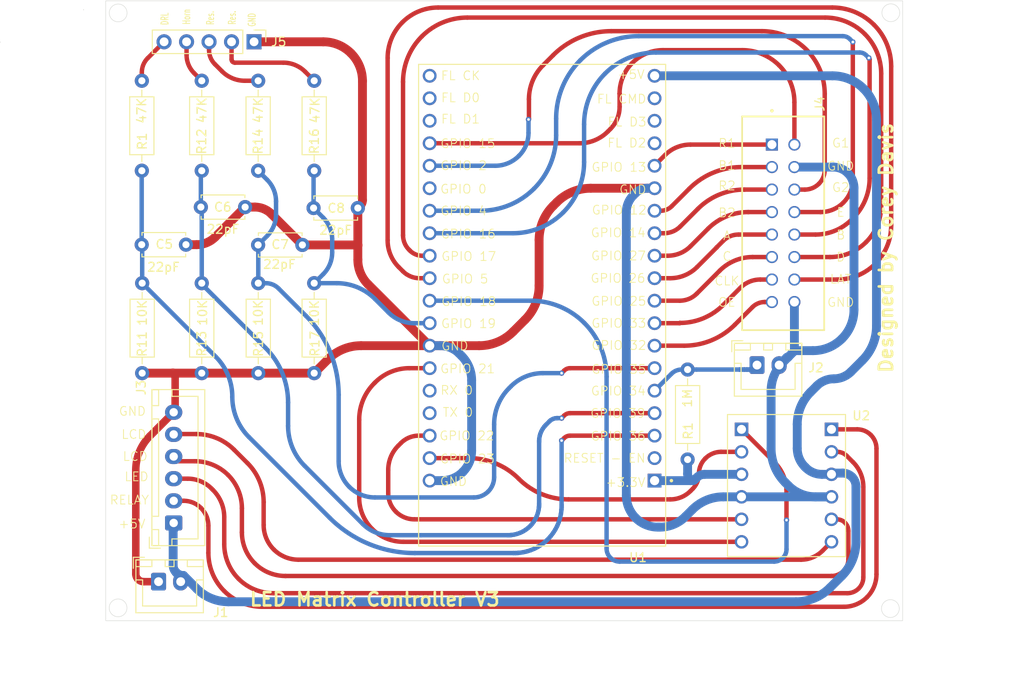
<source format=kicad_pcb>
(kicad_pcb (version 20221018) (generator pcbnew)
  (layers (0 "F.Cu" signal) (31 "B.Cu" signal) (34 "B.Paste" user) (35 "F.Paste" user) (36 "B.SilkS" user "B.Silkscreen") (37 "F.SilkS" user "F.Silkscreen") (38 "B.Mask" user) (39 "F.Mask" user) (44 "Edge.Cuts" user))
  (net 0 "")
  (net 1 "Net-(U1-SENSOR_VP)")
  (net 2 "GND")
  (net 3 "Net-(U1-SENSOR_VN)")
  (net 4 "Net-(U1-IO35)")
  (net 5 "Net-(U1-IO19)")
  (net 6 "+5V")
  (net 7 "Net-(J2-Pin_1)")
  (net 8 "Net-(J3-Pin_2)")
  (net 9 "Net-(J3-Pin_3)")
  (net 10 "Net-(J3-Pin_4)")
  (net 11 "Net-(J3-Pin_5)")
  (net 12 "Net-(J4-OE)")
  (net 13 "Net-(J4-G1)")
  (net 14 "Net-(J4-CLK)")
  (net 15 "Net-(J4-G2)")
  (net 16 "Net-(J4-E)")
  (net 17 "Net-(J4-A)")
  (net 18 "Net-(J4-B)")
  (net 19 "Net-(J4-C)")
  (net 20 "Net-(J4-D)")
  (net 21 "Net-(J4-LAT)")
  (net 22 "+3.3V")
  (net 23 "Net-(J5-Pin_2)")
  (net 24 "Net-(J5-Pin_3)")
  (net 29 "Net-(U1-IO23)")
  (net 30 "Net-(U1-IO22)")
  (net 33 "Net-(U1-IO21)")
  (net 34 "Net-(U1-IO18)")
  (net 39 "Net-(J4-R1)")
  (net 40 "Net-(J4-B1)")
  (net 41 "Net-(J4-R2)")
  (net 42 "Net-(J4-B2)")
  (net 43 "Net-(J5-Pin_4)")
  (net 44 "Net-(J5-Pin_5)")
  (footprint "Resistor_THT:R_Axial_DIN0207_L6.3mm_D2.5mm_P10.16mm_Horizontal" (layer "F.Cu") (at 66.04 43.18 90)
    (fp_text reference "R16")
    (fp_text value "47K")
  )
  (footprint "Library:SAMTEC_ZSS-108-01-F-D-506" (layer "F.Cu") (at 117.732381 40.23 -90)
    (fp_text reference "J4")
    (fp_text value "ZSS-108-01-F-D-506" hide)
  )
  (footprint "Connector_JST:JST_XH_B2B-XH-A_1x02_P2.50mm_Vertical" (layer "F.Cu") (at 116.05 65.13)
    (fp_text reference "J2")
    (fp_text value "Select Button")
  )
  (footprint "Connector_JST:JST_XH_B2B-XH-A_1x02_P2.50mm_Vertical" (layer "F.Cu") (at 48.46 89.59)
    (fp_text reference "J1")
    (fp_text value "5V Power In")
  )
  (footprint "Connector_JST:JST_XH_B6B-XH-A_1x06_P2.50mm_Vertical" (layer "F.Cu") (at 50.17 82.96 90)
    (fp_text reference "J3")
    (fp_text value "LCD, Relay, LED Signal")
  )
  (footprint "Resistor_THT:R_Axial_DIN0207_L6.3mm_D2.5mm_P10.16mm_Horizontal" (layer "F.Cu") (at 46.61204 55.88 -90)
    (fp_text reference "R11")
    (fp_text value "10K")
  )
  (footprint "Connector_PinHeader_2.54mm:PinHeader_1x05_P2.54mm_Vertical" (layer "F.Cu") (at 59.245 28.62 -90)
    (fp_text reference "J5")
    (fp_text value "Conn_01x05_Pin" hide)
  )
  (footprint "ESP32-DEVKITC-32D:MODULE_ESP32-DEVKITC-32D" (layer "F.Cu") (at 91.78 58.42 180)
    (fp_text reference "U1")
    (fp_text value "ESP32-DEVKITC-32D")
  )
  (footprint "Capacitor_THT:C_Disc_D4.7mm_W2.5mm_P5.00mm" (layer "F.Cu") (at 59.70491 51.563806)
    (fp_text reference "C7")
    (fp_text value "22pF")
  )
  (footprint "BOB-12009:CONV_BOB-12009" (layer "F.Cu") (at 119.38 78.74)
    (fp_text reference "U2")
    (fp_text value "BOB-12009")
  )
  (footprint "Resistor_THT:R_Axial_DIN0207_L6.3mm_D2.5mm_P10.16mm_Horizontal" (layer "F.Cu") (at 53.34 55.88 -90)
    (fp_text reference "R13")
    (fp_text value "10K")
  )
  (footprint "Capacitor_THT:C_Disc_D4.7mm_W2.5mm_P5.00mm" (layer "F.Cu") (at 65.967777 47.394104)
    (fp_text reference "C8")
    (fp_text value "22pF")
  )
  (footprint "Capacitor_THT:C_Disc_D4.7mm_W2.5mm_P5.00mm" (layer "F.Cu") (at 46.556292 51.530978)
    (fp_text reference "C5")
    (fp_text value "22pF")
  )
  (footprint "Resistor_THT:R_Axial_DIN0207_L6.3mm_D2.5mm_P10.16mm_Horizontal" (layer "F.Cu") (at 66.04 55.88 -90)
    (fp_text reference "R17")
    (fp_text value "10K")
  )
  (footprint "Resistor_THT:R_Axial_DIN0207_L6.3mm_D2.5mm_P10.16mm_Horizontal" (layer "F.Cu") (at 59.723927 55.88 -90)
    (fp_text reference "R15")
    (fp_text value "10K")
  )
  (footprint "Capacitor_THT:C_Disc_D4.7mm_W2.5mm_P5.00mm" (layer "F.Cu") (at 53.238934 47.288031)
    (fp_text reference "C6")
    (fp_text value "22pF")
  )
  (footprint "Resistor_THT:R_Axial_DIN0207_L6.3mm_D2.5mm_P10.16mm_Horizontal" (layer "F.Cu") (at 108.210171 75.794994 90)
    (fp_text reference "R1")
    (fp_text value "1M")
  )
  (footprint "Resistor_THT:R_Axial_DIN0207_L6.3mm_D2.5mm_P10.16mm_Horizontal" (layer "F.Cu") (at 59.710576 43.18 90)
    (fp_text reference "R14")
    (fp_text value "47K")
  )
  (footprint "Resistor_THT:R_Axial_DIN0207_L6.3mm_D2.5mm_P10.16mm_Horizontal" (layer "F.Cu") (at 53.34 43.18 90)
    (fp_text reference "R12")
    (fp_text value "47K")
  )
  (footprint "Resistor_THT:R_Axial_DIN0207_L6.3mm_D2.5mm_P10.16mm_Horizontal" (layer "F.Cu") (at 46.574135 43.18 90)
    (fp_text reference "R1")
    (fp_text value "47K")
  )
  (gr_circle (center 30.58 28.66) (end 30.58 28.66) (stroke (width 0.05)) (fill none) (layer "Edge.Cuts"))
  (gr_circle (center 131.16 25.34) (end 131.89 26.03) (stroke (width 0.05)) (fill none) (layer "Edge.Cuts"))
  (gr_circle (center 131.11 92.63) (end 131.84 93.32) (stroke (width 0.05)) (fill none) (layer "Edge.Cuts"))
  (gr_rect (start 42.5 24) (end 132.5 94) (stroke (width 0.05)) (fill none) (layer "Edge.Cuts"))
  (gr_circle (center 40 25) (end 40 25) (stroke (width 0.05)) (fill none) (layer "Edge.Cuts"))
  (gr_circle (center 43.89 92.55) (end 44.62 93.24) (stroke (width 0.05)) (fill none) (layer "Edge.Cuts"))
  (gr_circle (center 43.9 25.36) (end 44.63 26.05) (stroke (width 0.05)) (fill none) (layer "Edge.Cuts"))
  (gr_text "+5V" (at 43.87 83.65) (layer "F.SilkS") (effects (font (size 1 1) (thickness 0.1)) (justify left bottom)))
  (gr_text "GPIO 25" (at 97.2875 58.5) (layer "F.SilkS") (effects (font (size 1 1) (thickness 0.1)) (justify left bottom)))
  (gr_text "RX 0" (at 80.2375 68.56) (layer "F.SilkS") (effects (font (size 1 1) (thickness 0.1)) (justify left bottom)))
  (gr_text "FL CK" (at 80.2875 33.03) (layer "F.SilkS") (effects (font (size 1 1) (thickness 0.1)) (justify left bottom)))
  (gr_text "GPIO 34" (at 97.2275 68.64) (layer "F.SilkS") (effects (font (size 1 1) (thickness 0.1)) (justify left bottom)))
  (gr_text "GND" (at 80.1775 78.86) (layer "F.SilkS") (effects (font (size 1 1) (thickness 0.1)) (justify left bottom)))
  (gr_text "GND" (at 59.485 26.97 90) (layer "F.SilkS") (effects (font (size 0.8 0.5) (thickness 0.1)) (justify left bottom)))
  (gr_text "GPIO 26" (at 97.1875 55.91) (layer "F.SilkS") (effects (font (size 1 1) (thickness 0.1)) (justify left bottom)))
  (gr_text "GND" (at 123.912381 58.63) (layer "F.SilkS") (effects (font (size 1 1) (thickness 0.1)) (justify left bottom)))
  (gr_text "GPIO 22" (at 80.1175 73.7) (layer "F.SilkS") (effects (font (size 1 1) (thickness 0.1)) (justify left bottom)))
  (gr_text "C" (at 112.088572 53.44) (layer "F.SilkS") (effects (font (size 1 1) (thickness 0.1)) (justify left bottom)))
  (gr_text "GPIO 18" (at 80.3375 58.54) (layer "F.SilkS") (effects (font (size 1 1) (thickness 0.1)) (justify left bottom)))
  (gr_text "GPIO 39" (at 97.1675 71.16) (layer "F.SilkS") (effects (font (size 1 1) (thickness 0.1)) (justify left bottom)))
  (gr_text "GPIO 32" (at 97.2975 63.49) (layer "F.SilkS") (effects (font (size 1 1) (thickness 0.1)) (justify left bottom)))
  (gr_text "Res." (at 57.245 26.75 90) (layer "F.SilkS") (effects (font (size 0.8 0.5) (thickness 0.1)) (justify left bottom)))
  (gr_text "GPIO 19" (at 80.3075 61.03) (layer "F.SilkS") (effects (font (size 1 1) (thickness 0.1)) (justify left bottom)))
  (gr_text "GPIO 36" (at 97.2075 73.74) (layer "F.SilkS") (effects (font (size 1 1) (thickness 0.1)) (justify left bottom)))
  (gr_text "B1" (at 111.612381 43.18) (layer "F.SilkS") (effects (font (size 1 1) (thickness 0.1)) (justify left bottom)))
  (gr_text "GPIO 5" (at 80.3975 55.99) (layer "F.SilkS") (effects (font (size 1 1) (thickness 0.1)) (justify left bottom)))
  (gr_text "GND" (at 80.3375 63.55) (layer "F.SilkS") (effects (font (size 1 1) (thickness 0.1)) (justify left bottom)))
  (gr_text "A" (at 112.16 51.1) (layer "F.SilkS") (effects (font (size 1 1) (thickness 0.1)) (justify left bottom)))
  (gr_text "GPIO 0" (at 80.2075 45.84) (layer "F.SilkS") (effects (font (size 1 1) (thickness 0.1)) (justify left bottom)))
  (gr_text "GPIO 15" (at 80.2375 40.7) (layer "F.SilkS") (effects (font (size 1 1) (thickness 0.1)) (justify left bottom)))
  (gr_text "GPIO 16" (at 80.2775 50.91) (layer "F.SilkS") (effects (font (size 1 1) (thickness 0.1)) (justify left bottom)))
  (gr_text "GPIO 14" (at 97.2175 50.77) (layer "F.SilkS") (effects (font (size 1 1) (thickness 0.1)) (justify left bottom)))
  (gr_text "LCD" (at 44.35 76.03) (layer "F.SilkS") (effects (font (size 1 1) (thickness 0.1)) (justify left bottom)))
  (gr_text "B" (at 124.936191 51.02) (layer "F.SilkS") (effects (font (size 1 1) (thickness 0.1)) (justify left bottom)))
  (gr_text "D" (at 124.936191 53.52) (layer "F.SilkS") (effects (font (size 1 1) (thickness 0.1)) (justify left bottom)))
  (gr_text "G1" (at 124.46 40.64) (layer "F.SilkS") (effects (font (size 1 1) (thickness 0.1)) (justify left bottom)))
  (gr_text "GPIO 4" (at 80.2375 48.3) (layer "F.SilkS") (effects (font (size 1 1) (thickness 0.1)) (justify left bottom)))
  (gr_text "Res." (at 54.785 26.77 90) (layer "F.SilkS") (effects (font (size 0.8 0.5) (thickness 0.1)) (justify left bottom)))
  (gr_text "LED\n" (at 44.55 78.32) (layer "F.SilkS") (effects (font (size 1 1) (thickness 0.1)) (justify left bottom)))
  (gr_text "GPIO 23" (at 80.1775 76.31) (layer "F.SilkS") (effects (font (size 1 1) (thickness 0.1)) (justify left bottom)))
  (gr_text "FL D1" (at 80.3075 37.93) (layer "F.SilkS") (effects (font (size 1 1) (thickness 0.1)) (justify left bottom)))
  (gr_text "FL D3" (at 99.1175 38.26) (layer "F.SilkS") (effects (font (size 1 1) (thickness 0.1) bold) (justify left bottom)))
  (gr_text "Horn" (at 52.095 26.73 90) (layer "F.SilkS") (effects (font (size 0.8 0.5) (thickness 0.1)) (justify left bottom)))
  (gr_text "GPIO 35" (at 97.2875 66.19) (layer "F.SilkS") (effects (font (size 1 1) (thickness 0.1)) (justify left bottom)))
  (gr_text "OE" (at 111.612381 58.62) (layer "F.SilkS") (effects (font (size 1 1) (thickness 0.1)) (justify left bottom)))
  (gr_text "TX 0" (at 80.4875 71.05) (layer "F.SilkS") (effects (font (size 1 1) (thickness 0.1)) (justify left bottom)))
  (gr_text "GPIO 2" (at 80.2375 43.19) (layer "F.SilkS") (effects (font (size 1 1) (thickness 0.1)) (justify left bottom)))
  (gr_text "CLK" (at 111.18381 56.21) (layer "F.SilkS") (effects (font (size 1 1) (thickness 0.1)) (justify left bottom)))
  (gr_text "DRL" (at 49.635 26.8 90) (layer "F.SilkS") (effects (font (size 0.8 0.5) (thickness 0.1)) (justify left bottom)))
  (gr_text "R2" (at 111.612381 45.47) (layer "F.SilkS") (effects (font (size 1 1) (thickness 0.1)) (justify left bottom)))
  (gr_text "GND" (at 43.92 70.93) (layer "F.SilkS") (effects (font (size 1 1) (thickness 0.1)) (justify left bottom)))
  (gr_text "R1" (at 111.612381 40.67) (layer "F.SilkS") (effects (font (size 1 1) (thickness 0.1)) (justify left bottom)))
  (gr_text "RESET - EN" (at 94.1475 76.23) (layer "F.SilkS") (effects (font (size 1 1) (thickness 0.1)) (justify left bottom)))
  (gr_text "FL D2" (at 99.0875 40.63) (layer "F.SilkS") (effects (font (size 1 1) (thickness 0.1) bold) (justify left bottom)))
  (gr_text "Designed by Corey Davis" (at 131.5 66.16 90) (layer "F.SilkS") (effects (font (size 1.5 1.5) (thickness 0.3) bold) (justify left bottom)))
  (gr_text "GPIO 12" (at 97.3275 48.21) (layer "F.SilkS") (effects (font (size 1 1) (thickness 0.1)) (justify left bottom)))
  (gr_text "GPIO 27" (at 97.2475 53.38) (layer "F.SilkS") (effects (font (size 1 1) (thickness 0.1)) (justify left bottom)))
  (gr_text "G2" (at 124.46 45.66) (layer "F.SilkS") (effects (font (size 1 1) (thickness 0.1)) (justify left bottom)))
  (gr_text "GPIO 17" (at 80.3375 53.44) (layer "F.SilkS") (effects (font (size 1 1) (thickness 0.1)) (justify left bottom)))
  (gr_text "FL D0" (at 80.3075 35.52) (layer "F.SilkS") (effects (font (size 1 1) (thickness 0.1)) (justify left bottom)))
  (gr_text "E" (at 124.98381 48.46) (layer "F.SilkS") (effects (font (size 1 1) (thickness 0.1)) (justify left bottom)))
  (gr_text "RELAY" (at 42.89 80.95) (layer "F.SilkS") (effects (font (size 1 1) (thickness 0.1)) (justify left bottom)))
  (gr_text "B2" (at 111.612381 48.51) (layer "F.SilkS") (effects (font (size 1 1) (thickness 0.1)) (justify left bottom)))
  (gr_text "LCD" (at 44.2 73.54) (layer "F.SilkS") (effects (font (size 1 1) (thickness 0.1)) (justify left bottom)))
  (gr_text "FL CMD" (at 97.9075 35.67) (layer "F.SilkS") (effects (font (size 1 1) (thickness 0.1) bold) (justify left bottom)))
  (gr_text "GND" (at 123.912381 43.24) (layer "F.SilkS") (effects (font (size 1 1) (thickness 0.1)) (justify left bottom)))
  (gr_text "+5V" (at 100.2475 32.9) (layer "F.SilkS") (effects (font (size 1 1) (thickness 0.1) bold) (justify left bottom)))
  (gr_text "LAT" (at 124.221905 56.01) (layer "F.SilkS") (effects (font (size 1 1) (thickness 0.1)) (justify left bottom)))
  (gr_text "+3.3V" (at 98.9075 78.97) (layer "F.SilkS") (effects (font (size 1 1) (thickness 0.1)) (justify left bottom)))
  (gr_text "GPIO 13" (at 97.2975 43.37) (layer "F.SilkS") (effects (font (size 1 1) (thickness 0.1) bold) (justify left bottom)))
  (gr_text "GPIO 21" (at 80.2075 66.13) (layer "F.SilkS") (effects (font (size 1 1) (thickness 0.1)) (justify left bottom)))
  (gr_text "GPIO 33" (at 97.2875 60.99) (layer "F.SilkS") (effects (font (size 1 1) (thickness 0.1)) (justify left bottom)))
  (gr_text "LED Matrix Controller V3" (at 58.61 92.47) (layer "F.SilkS") (effects (font (size 1.5 1.5) (thickness 0.3) bold) (justify left bottom)))
  (gr_text "GND" (at 100.4375 45.9) (layer "F.SilkS") (effects (font (size 1 1) (thickness 0.1)) (justify left bottom)))
  (segment (start 94.26 73.38) (end 93.98 73.66) (width 0.5) (layer "F.Cu") (net 1))
  (segment (start 94.935979 73.1) (end 104.4525 73.1) (width 0.5) (layer "F.Cu") (net 1))
  (via (at 93.98 73.66) (size 0.6) (drill 0.3) (layers "F.Cu" "B.Cu") (net 1))
  (arc (start 94.26 73.38) (mid 94.570141 73.172769) (end 94.935979 73.1) (width 0.5) (layer "F.Cu") (net 1))
  (segment (start 89.01801 86.347568) (end 89.133412 86.337472) (width 0.5) (layer "B.Cu") (net 1))
  (segment (start 93.98 73.66) (end 93.98 80.935041) (width 0.5) (layer "B.Cu") (net 1))
  (segment (start 92.736119 84.462023) (end 92.661657 84.550764) (width 0.5) (layer "B.Cu") (net 1))
  (segment (start 46.61204 55.88) (end 46.61204 51.586726) (width 0.5) (layer "B.Cu") (net 1))
  (segment (start 93.957472 81.513413) (end 93.967569 81.39801) (width 0.5) (layer "B.Cu") (net 1))
  (segment (start 46.556292 51.530978) (end 46.556292 43.197843) (width 0.5) (layer "B.Cu") (net 1))
  (segment (start 77.404912 86.36) (end 88.555041 86.36) (width 0.5) (layer "B.Cu") (net 1))
  (segment (start 46.61204 55.88) (end 54.908374 64.176334) (width 0.5) (layer "B.Cu") (net 1))
  (segment (start 58.671625 73.261625) (end 67.785515 82.375515) (width 0.5) (layer "B.Cu") (net 1))
  (segment (start 92.170764 85.041656) (end 92.082023 85.116118) (width 0.5) (layer "B.Cu") (net 1))
  (arc (start 92.342257 84.886093) (mid 92.424587 84.804587) (end 92.506093 84.722257) (width 0.5) (layer "B.Cu") (net 1))
  (arc (start 93.480464 83.293635) (mid 93.37806 83.501291) (end 93.266696 83.704283) (width 0.5) (layer "B.Cu") (net 1))
  (arc (start 92.736119 84.462023) (mid 92.881041 84.281454) (end 93.017949 84.094736) (width 0.5) (layer "B.Cu") (net 1))
  (arc (start 90.04439 86.176843) (mid 89.819492 86.231875) (end 89.592407 86.277045) (width 0.5) (layer "B.Cu") (net 1))
  (arc (start 90.485919 86.037629) (mid 90.266673 86.112053) (end 90.04439 86.176843) (width 0.5) (layer "B.Cu") (net 1))
  (arc (start 93.65763 82.865919) (mid 93.573713 83.08171) (end 93.480464 83.293635) (width 0.5) (layer "B.Cu") (net 1))
  (arc (start 91.714735 85.397949) (mid 91.901454 85.26104) (end 92.082023 85.116118) (width 0.5) (layer "B.Cu") (net 1))
  (arc (start 93.957472 81.513413) (mid 93.932267 81.743569) (end 93.897046 81.972408) (width 0.5) (layer "B.Cu") (net 1))
  (arc (start 56.79 68.71898) (mid 57.279018 71.177441) (end 58.671625 73.261625) (width 0.5) (layer "B.Cu") (net 1))
  (arc (start 93.65763 82.865919) (mid 93.732054 82.646673) (end 93.796844 82.42439) (width 0.5) (layer "B.Cu") (net 1))
  (arc (start 77.404912 86.36) (mid 72.198932 85.324466) (end 67.785515 82.375515) (width 0.5) (layer "B.Cu") (net 1))
  (arc (start 54.908374 64.176334) (mid 56.300981 66.260517) (end 56.79 68.71898) (width 0.5) (layer "B.Cu") (net 1))
  (arc (start 88.786746 86.358833) (mid 88.670895 86.359708) (end 88.555041 86.36) (width 0.5) (layer "B.Cu") (net 1))
  (arc (start 88.786746 86.358833) (mid 88.902486 86.355432) (end 89.01801 86.347568) (width 0.5) (layer "B.Cu") (net 1))
  (arc (start 93.796844 82.42439) (mid 93.851876 82.199492) (end 93.897046 81.972408) (width 0.5) (layer "B.Cu") (net 1))
  (arc (start 91.324281 85.646695) (mid 91.522222 85.526581) (end 91.714735 85.397949) (width 0.5) (layer "B.Cu") (net 1))
  (arc (start 92.661657 84.550764) (mid 92.58553 84.638012) (end 92.506093 84.722257) (width 0.5) (layer "B.Cu") (net 1))
  (arc (start 93.978833 81.166746) (mid 93.975433 81.282486) (end 93.967569 81.39801) (width 0.5) (layer "B.Cu") (net 1))
  (arc (start 90.913635 85.860464) (mid 91.12129 85.758059) (end 91.324281 85.646695) (width 0.5) (layer "B.Cu") (net 1))
  (arc (start 89.592407 86.277045) (mid 89.363568 86.312266) (end 89.133412 86.337472) (width 0.5) (layer "B.Cu") (net 1))
  (arc (start 93.266696 83.704283) (mid 93.146582 83.902223) (end 93.017949 84.094736) (width 0.5) (layer "B.Cu") (net 1))
  (arc (start 93.98 80.935041) (mid 93.979708 81.050895) (end 93.978833 81.166746) (width 0.5) (layer "B.Cu") (net 1))
  (arc (start 90.485919 86.037629) (mid 90.70171 85.953713) (end 90.913635 85.860464) (width 0.5) (layer "B.Cu") (net 1))
  (arc (start 92.342257 84.886093) (mid 92.258012 84.965529) (end 92.170764 85.041656) (width 0.5) (layer "B.Cu") (net 1))
  (segment (start 91.44 50.993963) (end 91.44 56.166036) (width 1) (layer "F.Cu") (net 2))
  (segment (start 50.099504 66.04) (end 53.34 66.04) (width 1) (layer "F.Cu") (net 2))
  (segment (start 59.334034 47.288031) (end 58.238934 47.288031) (width 1) (layer "F.Cu") (net 2))
  (segment (start 52.776139 51.530978) (end 51.556292 51.530978) (width 1) (layer "F.Cu") (net 2))
  (segment (start 61.203487 48.062383) (end 64.70491 51.563806) (width 1) (layer "F.Cu") (net 2))
  (segment (start 53.34 66.04) (end 59.723927 66.04) (width 1) (layer "F.Cu") (net 2))
  (segment (start 46.777695 89.59) (end 48.46 89.59) (width 0.85) (layer "F.Cu") (net 2))
  (segment (start 50.099504 66.04) (end 50.048829 66.04) (width 1) (layer "F.Cu") (net 2))
  (segment (start 97.273963 45.16) (end 104.4525 45.16) (width 1) (layer "F.Cu") (net 2))
  (segment (start 88.513792 61.346206) (end 89.846207 60.013792) (width 1) (layer "F.Cu") (net 2))
  (segment (start 79.0525 62.94) (end 84.666036 62.94) (width 1) (layer "F.Cu") (net 2))
  (segment (start 70.967777 51.572476) (end 70.967777 51.614343) (width 1) (layer "F.Cu") (net 2))
  (segment (start 47.483792 73.146207) (end 50.335 70.295) (width 0.85) (layer "F.Cu") (net 2))
  (segment (start 70.917239 51.563806) (end 64.70491 51.563806) (width 1) (layer "F.Cu") (net 2))
  (segment (start 79.0525 62.94) (end 71.332031 62.94) (width 1) (layer "F.Cu") (net 2))
  (segment (start 67.59 64.49) (end 66.04 66.04) (width 1) (layer "F.Cu") (net 2))
  (segment (start 70.967777 47.763371) (end 70.967777 51.572476) (width 1) (layer "F.Cu") (net 2))
  (segment (start 71.49 46.502613) (end 71.49 33.041406) (width 1) (layer "F.Cu") (net 2))
  (segment (start 70.967777 51.614343) (end 70.967777 53.224343) (width 1) (layer "F.Cu") (net 2))
  (segment (start 93.426207 46.753792) (end 93.033792 47.146206) (width 1) (layer "F.Cu") (net 2))
  (segment (start 50.048829 66.04) (end 46.61204 66.04) (width 1) (layer "F.Cu") (net 2))
  (segment (start 50.335 66.442016) (end 50.335 70.295) (width 0.85) (layer "F.Cu") (net 2))
  (segment (start 59.723927 66.04) (end 66.04 66.04) (width 1) (layer "F.Cu") (net 2))
  (segment (start 45.89 76.993963) (end 45.89 88.702304) (width 0.85) (layer "F.Cu") (net 2))
  (segment (start 67.068593 28.62) (end 59.245 28.62) (width 1) (layer "F.Cu") (net 2))
  (segment (start 72.121021 56.008521) (end 79.0525 62.94) (width 1) (layer "F.Cu") (net 2))
  (segment (start 54.858549 50.668415) (end 58.238934 47.288031) (width 1) (layer "F.Cu") (net 2))
  (segment (start 50.099504 66.04) (end 50.217252 66.157748) (width 0.85) (layer "F.Cu") (net 2))
  (arc (start 54.858549 50.668415) (mid 53.903131 51.306805) (end 52.776139 51.530978) (width 1) (layer "F.Cu") (net 2))
  (arc (start 72.121021 56.008521) (mid 71.267495 54.731129) (end 70.967777 53.224343) (width 1) (layer "F.Cu") (net 2))
  (arc (start 91.44 56.166036) (mid 91.025786 58.248426) (end 89.846207 60.013792) (width 1) (layer "F.Cu") (net 2))
  (arc (start 70.967777 51.614343) (mid 70.96393 51.595003) (end 70.952975 51.578608) (width 1) (layer "F.Cu") (net 2))
  (arc (start 46.15 89.33) (mid 45.957571 89.04201) (end 45.89 88.702304) (width 0.85) (layer "F.Cu") (net 2))
  (arc (start 50.092083 66.057916) (mid 50.105343 66.077761) (end 50.11 66.10117) (width 1) (layer "F.Cu") (net 2))
  (arc (start 88.513792 61.346206) (mid 86.748426 62.525786) (end 84.666036 62.94) (width 1) (layer "F.Cu") (net 2))
  (arc (start 50.048829 66.04) (mid 50.072238 66.044656) (end 50.092083 66.057916) (width 1) (layer "F.Cu") (net 2))
  (arc (start 67.59 64.49) (mid 69.306858 63.342831) (end 71.332031 62.94) (width 1) (layer "F.Cu") (net 2))
  (arc (start 59.334034 47.288031) (mid 60.345775 47.489278) (end 61.203487 48.062383) (width 1) (layer "F.Cu") (net 2))
  (arc (start 50.335 66.442016) (mid 50.304398 66.288171) (end 50.217252 66.157748) (width 0.85) (layer "F.Cu") (net 2))
  (arc (start 70.195 29.915) (mid 71.15344 31.349407) (end 71.49 33.041406) (width 1) (layer "F.Cu") (net 2))
  (arc (start 70.967777 47.763371) (mid 71.035637 47.422212) (end 71.228888 47.132992) (width 1) (layer "F.Cu") (net 2))
  (arc (start 91.44 50.993963) (mid 91.854213 48.911572) (end 93.033792 47.146206) (width 1) (layer "F.Cu") (net 2))
  (arc (start 93.426207 46.753792) (mid 95.191572 45.574213) (end 97.273963 45.16) (width 1) (layer "F.Cu") (net 2))
  (arc (start 70.917239 51.563806) (mid 70.936579 51.567652) (end 70.952975 51.578608) (width 1) (layer "F.Cu") (net 2))
  (arc (start 46.15 89.33) (mid 46.437989 89.522428) (end 46.777695 89.59) (width 0.85) (layer "F.Cu") (net 2))
  (arc (start 70.967777 51.572476) (mid 70.962424 51.580487) (end 70.952975 51.578608) (width 1) (layer "F.Cu") (net 2))
  (arc (start 67.068593 28.62) (mid 68.760592 28.956559) (end 70.195 29.915) (width 1) (layer "F.Cu") (net 2))
  (arc (start 47.483792 73.146207) (mid 46.304213 74.911572) (end 45.89 76.993963) (width 0.85) (layer "F.Cu") (net 2))
  (arc (start 71.49 46.502613) (mid 71.422139 46.843771) (end 71.228888 47.132992) (width 1) (layer "F.Cu") (net 2))
  (arc (start 50.099504 66.04) (mid 50.089807 66.046478) (end 50.092083 66.057916) (width 1) (layer "F.Cu") (net 2))
  (segment (start 120.41046 63.5) (end 122.37374 63.5) (width 1) (layer "B.Cu") (net 2))
  (segment (start 117.64 68.034196) (end 117.64 74.536036) (width 1) (layer "B.Cu") (net 2))
  (segment (start 122.66 80.01) (end 124.46 80.01) (width 1) (layer "B.Cu") (net 2))
  (segment (start 104.861333 83.432483) (end 105.075 83.432483) (width 1) (layer "B.Cu") (net 2))
  (segment (start 124.46 80.01) (end 114.3 80.01) (width 1) (layer "B.Cu") (net 2))
  (segment (start 80.29125 62.94) (end 79.0525 62.94) (width 1) (layer "B.Cu") (net 2))
  (segment (start 83.82 74.799928) (end 83.82 66.849274) (width 1) (layer "B.Cu") (net 2))
  (segment (start 108.736895 81.463104) (end 107.964306 82.235692) (width 1) (layer "B.Cu") (net 2))
  (segment (start 82.82553 77.194469) (end 82.829999 77.189999) (width 1) (layer "B.Cu") (net 2))
  (segment (start 120.296071 63.5) (end 119.609071 64.186998) (width 1) (layer "B.Cu") (net 2))
  (segment (start 119.587207 78.737207) (end 119.233792 78.383792) (width 1) (layer "B.Cu") (net 2))
  (segment (start 112.245 80.01) (end 114.3 80.01) (width 1) (layer "B.Cu") (net 2))
  (segment (start 127 58.87374) (end 127 45.125807) (width 1) (layer "B.Cu") (net 2))
  (segment (start 80.44625 78.18) (end 79.0525 78.18) (width 1) (layer "B.Cu") (net 2))
  (segment (start 82.675 64.085) (end 82.405928 63.815928) (width 1) (layer "B.Cu") (net 2))
  (segment (start 124.644192 42.77) (end 120.272381 42.77) (width 1) (layer "B.Cu") (net 2))
  (segment (start 119.526998 64.269071) (end 118.968035 64.828035) (width 1) (layer "B.Cu") (net 2))
  (segment (start 102.085536 45.954463) (end 102.324036 45.715962) (width 1) (layer "B.Cu") (net 2))
  (segment (start 103.66625 45.16) (end 104.4525 45.16) (width 1) (layer "B.Cu") (net 2))
  (segment (start 119.410928 64.269071) (end 118.55 65.13) (width 1) (layer "B.Cu") (net 2))
  (segment (start 119.526998 64.269071) (end 119.609071 64.186998) (width 1) (layer "B.Cu") (net 2))
  (segment (start 101.291073 47.872468) (end 101.291073 79.862222) (width 1) (layer "B.Cu") (net 2))
  (segment (start 120.272381 63.36192) (end 120.272381 58.01) (width 1) (layer "B.Cu") (net 2))
  (segment (start 120.296071 63.5) (end 120.41046 63.5) (width 1) (layer "B.Cu") (net 2))
  (arc (start 119.587207 78.737207) (mid 120.997016 79.679211) (end 122.66 80.01) (width 1) (layer "B.Cu") (net 2))
  (arc (start 107.964306 82.235692) (mid 106.638681 83.121447) (end 105.075 83.432483) (width 1) (layer "B.Cu") (net 2))
  (arc (start 119.51 64.228035) (mid 119.563617 64.217369) (end 119.609071 64.186998) (width 1) (layer "B.Cu") (net 2))
  (arc (start 126.31 43.46) (mid 125.54572 42.949325) (end 124.644192 42.77) (width 1) (layer "B.Cu") (net 2))
  (arc (start 104.861333 83.432483) (mid 103.495053 83.160713) (end 102.336778 82.386778) (width 1) (layer "B.Cu") (net 2))
  (arc (start 83.82 74.799928) (mid 83.562707 76.093425) (end 82.829999 77.189999) (width 1) (layer "B.Cu") (net 2))
  (arc (start 118.968035 64.828035) (mid 117.985145 66.299034) (end 117.64 68.034196) (width 1) (layer "B.Cu") (net 2))
  (arc (start 112.245 80.01) (mid 110.346427 80.387649) (end 108.736895 81.463104) (width 1) (layer "B.Cu") (net 2))
  (arc (start 82.675 64.085) (mid 83.522424 65.353259) (end 83.82 66.849274) (width 1) (layer "B.Cu") (net 2))
  (arc (start 119.51 64.228035) (mid 119.456382 64.238699) (end 119.410928 64.269071) (width 1) (layer "B.Cu") (net 2))
  (arc (start 119.526998 64.269071) (mid 119.532209 64.242874) (end 119.51 64.228035) (width 1) (layer "B.Cu") (net 2))
  (arc (start 101.291073 79.862222) (mid 101.562828 81.228505) (end 102.336778 82.386778) (width 1) (layer "B.Cu") (net 2))
  (arc (start 80.44625 78.18) (mid 81.733907 77.923868) (end 82.82553 77.194469) (width 1) (layer "B.Cu") (net 2))
  (arc (start 80.29125 62.94) (mid 81.435705 63.167646) (end 82.405928 63.815928) (width 1) (layer "B.Cu") (net 2))
  (arc (start 125.645 62.145) (mid 126.647846 60.644133) (end 127 58.87374) (width 1) (layer "B.Cu") (net 2))
  (arc (start 120.312823 63.459557) (mid 120.357619 63.489489) (end 120.41046 63.5) (width 1) (layer "B.Cu") (net 2))
  (arc (start 101.291073 47.872468) (mid 101.497547 46.834451) (end 102.085536 45.954463) (width 1) (layer "B.Cu") (net 2))
  (arc (start 103.66625 45.16) (mid 102.939849 45.304489) (end 102.324036 45.715962) (width 1) (layer "B.Cu") (net 2))
  (arc (start 122.37374 63.5) (mid 124.144133 63.147846) (end 125.645 62.145) (width 1) (layer "B.Cu") (net 2))
  (arc (start 126.31 43.46) (mid 126.820674 44.224278) (end 127 45.125807) (width 1) (layer "B.Cu") (net 2))
  (arc (start 120.312823 63.459557) (mid 120.282891 63.414761) (end 120.272381 63.36192) (width 1) (layer "B.Cu") (net 2))
  (arc (start 120.312823 63.459557) (mid 120.317958 63.485375) (end 120.296071 63.5) (width 1) (layer "B.Cu") (net 2))
  (arc (start 117.64 74.536036) (mid 118.054213 76.618426) (end 119.233792 78.383792) (width 1) (layer "B.Cu") (net 2))
  (segment (start 94.26 70.84) (end 93.98 71.12) (width 0.5) (layer "F.Cu") (net 3))
  (segment (start 94.935979 70.56) (end 104.4525 70.56) (width 0.5) (layer "F.Cu") (net 3))
  (via (at 93.98 71.12) (size 0.6) (drill 0.3) (layers "F.Cu" "B.Cu") (net 3))
  (arc (start 94.26 70.84) (mid 94.570141 70.632769) (end 94.935979 70.56) (width 0.5) (layer "F.Cu") (net 3))
  (segment (start 91.421286 81.198101) (end 91.429669 81.11298) (width 0.5) (layer "B.Cu") (net 3))
  (segment (start 88.297076 84.322418) (end 88.211953 84.330803) (width 0.5) (layer "B.Cu") (net 3))
  (segment (start 92.579024 71.510974) (end 92.256826 71.833173) (width 0.5) (layer "B.Cu") (net 3))
  (segment (start 87.870197 84.341031) (end 78.123477 84.341031) (width 0.5) (layer "B.Cu") (net 3))
  (segment (start 90.593363 83.132063) (end 90.647623 83.065945) (width 0.5) (layer "B.Cu") (net 3))
  (segment (start 91.44 80.771229) (end 91.44 73.805166) (width 0.5) (layer "B.Cu") (net 3))
  (segment (start 92.05697 72.047261) (end 92.01128 72.104555) (width 0.5) (layer "B.Cu") (net 3))
  (segment (start 60.533204 63.183204) (end 53.34 55.99) (width 0.5) (layer "B.Cu") (net 3))
  (segment (start 93.331833 71.12899) (end 93.284511 71.136485) (width 0.5) (layer "B.Cu") (net 3))
  (segment (start 53.34 55.99) (end 53.34 47.389097) (width 0.5) (layer "B.Cu") (net 3))
  (segment (start 78.123477 84.341031) (end 74.568513 84.341031) (width 0.5) (layer "B.Cu") (net 3))
  (segment (start 53.238934 47.288031) (end 53.238934 43.281066) (width 0.5) (layer "B.Cu") (net 3))
  (segment (start 91.45826 73.439643) (end 91.450055 73.512465) (width 0.5) (layer "B.Cu") (net 3))
  (segment (start 90.23106 83.49443) (end 90.164942 83.548694) (width 0.5) (layer "B.Cu") (net 3))
  (segment (start 63.09 69.355854) (end 63.09 71.997927) (width 0.5) (layer "B.Cu") (net 3))
  (segment (start 93.98 71.12) (end 93.522922 71.12) (width 0.5) (layer "B.Cu") (net 3))
  (segment (start 64.958227 76.508227) (end 71.534161 83.084161) (width 0.5) (layer "B.Cu") (net 3))
  (segment (start 92.720499 71.382207) (end 92.759261 71.354046) (width 0.5) (layer "B.Cu") (net 3))
  (arc (start 89.597328 83.927973) (mid 89.746046 83.843722) (end 89.890451 83.752276) (width 0.5) (layer "B.Cu") (net 3))
  (arc (start 91.421286 81.198101) (mid 91.400365 81.367736) (end 91.371146 81.536141) (width 0.5) (layer "B.Cu") (net 3))
  (arc (start 88.211953 84.330803) (mid 88.126718 84.337321) (end 88.041281 84.34011) (width 0.5) (layer "B.Cu") (net 3))
  (arc (start 90.358335 83.380338) (mid 90.419148 83.320179) (end 90.47929 83.259352) (width 0.5) (layer "B.Cu") (net 3))
  (arc (start 91.700328 72.599429) (mid 91.767525 72.469359) (end 91.841909 72.343261) (width 0.5) (layer "B.Cu") (net 3))
  (arc (start 93.331833 71.12899) (mid 93.379312 71.123183) (end 93.427083 71.120747) (width 0.5) (layer "B.Cu") (net 3))
  (arc (start 91.44 80.771229) (mid 91.439756 80.856771) (end 91.439027 80.942311) (width 0.5) (layer "B.Cu") (net 3))
  (arc (start 92.579024 71.510974) (mid 92.613041 71.47722) (end 92.64732 71.443732) (width 0.5) (layer "B.Cu") (net 3))
  (arc (start 88.966628 84.189227) (mid 89.128924 84.135609) (end 89.288395 84.074092) (width 0.5) (layer "B.Cu") (net 3))
  (arc (start 92.153834 71.937479) (mid 92.205165 71.885163) (end 92.256826 71.833173) (width 0.5) (layer "B.Cu") (net 3))
  (arc (start 91.440924 73.658585) (mid 91.440231 73.731874) (end 91.44 73.805166) (width 0.5) (layer "B.Cu") (net 3))
  (arc (start 91.507291 73.151088) (mid 91.478727 73.294678) (end 91.45826 73.439643) (width 0.5) (layer "B.Cu") (net 3))
  (arc (start 63.09 69.355854) (mid 62.42551 66.01524) (end 60.533204 63.183204) (width 0.5) (layer "B.Cu") (net 3))
  (arc (start 93.098714 71.18109) (mid 93.190736 71.155137) (end 93.284511 71.136485) (width 0.5) (layer "B.Cu") (net 3))
  (arc (start 91.371146 81.536141) (mid 91.333699 81.702909) (end 91.288114 81.867639) (width 0.5) (layer "B.Cu") (net 3))
  (arc (start 91.440924 73.658585) (mid 91.443669 73.585411) (end 91.450055 73.512465) (width 0.5) (layer "B.Cu") (net 3))
  (arc (start 90.851193 82.791455) (mid 90.752777 82.931198) (end 90.647623 83.065945) (width 0.5) (layer "B.Cu") (net 3))
  (arc (start 91.700328 72.599429) (mid 91.64053 72.733063) (end 91.588319 72.869839) (width 0.5) (layer "B.Cu") (net 3))
  (arc (start 92.922182 71.254211) (mid 92.83876 71.300928) (end 92.759261 71.354046) (width 0.5) (layer "B.Cu") (net 3))
  (arc (start 71.534161 83.084161) (mid 72.926333 84.014381) (end 74.568513 84.341031) (width 0.5) (layer "B.Cu") (net 3))
  (arc (start 90.23106 83.49443) (mid 90.295941 83.438771) (end 90.358335 83.380338) (width 0.5) (layer "B.Cu") (net 3))
  (arc (start 91.429669 81.11298) (mid 91.4362 81.027747) (end 91.439027 80.942311) (width 0.5) (layer "B.Cu") (net 3))
  (arc (start 93.522922 71.12) (mid 93.475001 71.120186) (end 93.427083 71.120747) (width 0.5) (layer "B.Cu") (net 3))
  (arc (start 90.164942 83.548694) (mid 90.030195 83.653854) (end 89.890451 83.752276) (width 0.5) (layer "B.Cu") (net 3))
  (arc (start 90.851193 82.791455) (mid 90.942634 82.64705) (end 91.026879 82.498334) (width 0.5) (layer "B.Cu") (net 3))
  (arc (start 89.597328 83.927973) (mid 89.444655 84.004824) (end 89.288395 84.074092) (width 0.5) (layer "B.Cu") (net 3))
  (arc (start 91.507291 73.151088) (mid 91.543859 73.009327) (end 91.588319 72.869839) (width 0.5) (layer "B.Cu") (net 3))
  (arc (start 92.153834 71.937479) (mid 92.104036 71.991164) (end 92.05697 72.047261) (width 0.5) (layer "B.Cu") (net 3))
  (arc (start 88.297076 84.322418) (mid 88.466715 84.301493) (end 88.635123 84.27227) (width 0.5) (layer "B.Cu") (net 3))
  (arc (start 88.041281 84.34011) (mid 87.95574 84.3408) (end 87.870197 84.341031) (width 0.5) (layer "B.Cu") (net 3))
  (arc (start 90.47929 83.259352) (mid 90.53771 83.196948) (end 90.593363 83.132063) (width 0.5) (layer "B.Cu") (net 3))
  (arc (start 91.841909 72.343261) (mid 91.923245 72.221532) (end 92.01128 72.104555) (width 0.5) (layer "B.Cu") (net 3))
  (arc (start 63.09 71.997927) (mid 63.575536 74.438883) (end 64.958227 76.508227) (width 0.5) (layer "B.Cu") (net 3))
  (arc (start 92.720499 71.382207) (mid 92.68282 71.411674) (end 92.64732 71.443732) (width 0.5) (layer "B.Cu") (net 3))
  (arc (start 92.922182 71.254211) (mid 93.009011 71.214182) (end 93.098714 71.18109) (width 0.5) (layer "B.Cu") (net 3))
  (arc (start 91.172988 82.189404) (mid 91.103725 82.345662) (end 91.026879 82.498334) (width 0.5) (layer "B.Cu") (net 3))
  (arc (start 88.966628 84.189227) (mid 88.801894 84.234817) (end 88.635123 84.27227) (width 0.5) (layer "B.Cu") (net 3))
  (arc (start 91.172988 82.189404) (mid 91.2345 82.029934) (end 91.288114 81.867639) (width 0.5) (layer "B.Cu") (net 3))
  (segment (start 94.935979 65.48) (end 104.4525 65.48) (width 0.5) (layer "F.Cu") (net 4))
  (segment (start 94.26 65.76) (end 93.98 66.04) (width 0.5) (layer "F.Cu") (net 4))
  (via (at 93.98 66.04) (size 0.6) (drill 0.3) (layers "F.Cu" "B.Cu") (net 4))
  (arc (start 94.26 65.76) (mid 94.570141 65.552769) (end 94.935979 65.48) (width 0.5) (layer "F.Cu") (net 4))
  (segment (start 59.723927 55.88) (end 59.723927 51.582823) (width 0.5) (layer "B.Cu") (net 4))
  (segment (start 60.717455 44.198211) (end 59.70491 43.185666) (width 0.5) (layer "B.Cu") (net 4))
  (segment (start 65.108413 59.571586) (end 62.015357 56.47853) (width 0.5) (layer "B.Cu") (net 4))
  (segment (start 72.897056 80.08) (end 84.072476 80.08) (width 0.5) (layer "B.Cu") (net 4))
  (segment (start 93.98 66.04) (end 91.865 66.04) (width 0.5) (layer "B.Cu") (net 4))
  (segment (start 86.36 71.827091) (end 86.36 77.792476) (width 0.5) (layer "B.Cu") (net 4))
  (segment (start 68.8 68.483864) (end 68.8 75.982943) (width 0.5) (layer "B.Cu") (net 4))
  (segment (start 60.717455 50.551261) (end 59.70491 51.563806) (width 0.5) (layer "B.Cu") (net 4))
  (segment (start 88.254469 67.53553) (end 88.054999 67.734999) (width 0.5) (layer "B.Cu") (net 4))
  (segment (start 61.73 48.106761) (end 61.73 46.64271) (width 0.5) (layer "B.Cu") (net 4))
  (segment (start 60.570377 55.88) (end 59.723927 55.88) (width 0.5) (layer "B.Cu") (net 4))
  (arc (start 85.69 79.41) (mid 84.947873 79.905872) (end 84.072476 80.08) (width 0.5) (layer "B.Cu") (net 4))
  (arc (start 70 78.88) (mid 71.32918 79.76813) (end 72.897056 80.08) (width 0.5) (layer "B.Cu") (net 4))
  (arc (start 86.36 77.792476) (mid 86.185872 78.667873) (end 85.69 79.41) (width 0.5) (layer "B.Cu") (net 4))
  (arc (start 86.36 71.827091) (mid 86.800515 69.612467) (end 88.054999 67.734999) (width 0.5) (layer "B.Cu") (net 4))
  (arc (start 60.570377 55.88) (mid 61.352394 56.035552) (end 62.015357 56.47853) (width 0.5) (layer "B.Cu") (net 4))
  (arc (start 61.73 46.64271) (mid 61.466848 45.319756) (end 60.717455 44.198211) (width 0.5) (layer "B.Cu") (net 4))
  (arc (start 70 78.88) (mid 69.111869 77.550819) (end 68.8 75.982943) (width 0.5) (layer "B.Cu") (net 4))
  (arc (start 61.73 48.106761) (mid 61.466848 49.429714) (end 60.717455 50.551261) (width 0.5) (layer "B.Cu") (net 4))
  (arc (start 68.8 68.483864) (mid 67.840587 63.660574) (end 65.108413 59.571586) (width 0.5) (layer "B.Cu") (net 4))
  (arc (start 88.254469 67.53553) (mid 89.910994 66.428675) (end 91.865 66.04) (width 0.5) (layer "B.Cu") (net 4))
  (segment (start 67.055 48.481327) (end 66.04 47.466327) (width 0.5) (layer "B.Cu") (net 5))
  (segment (start 72.916051 57.676051) (end 74.433499 59.193499) (width 0.5) (layer "B.Cu") (net 5))
  (segment (start 68.58 55.88) (end 66.04 55.88) (width 0.5) (layer "B.Cu") (net 5))
  (segment (start 67.055 54.865) (end 66.04 55.88) (width 0.5) (layer "B.Cu") (net 5))
  (segment (start 65.967777 47.394104) (end 65.967777 43.252223) (width 0.5) (layer "B.Cu") (net 5))
  (segment (start 68.07 52.414573) (end 68.07 50.931753) (width 0.5) (layer "B.Cu") (net 5))
  (segment (start 77.34625 60.4) (end 79.0525 60.4) (width 0.5) (layer "B.Cu") (net 5))
  (arc (start 74.433499 59.193499) (mid 75.76988 60.08644) (end 77.34625 60.4) (width 0.5) (layer "B.Cu") (net 5))
  (arc (start 72.916051 57.676051) (mid 70.926653 56.346778) (end 68.58 55.88) (width 0.5) (layer "B.Cu") (net 5))
  (arc (start 67.055 48.481327) (mid 67.80621 49.605592) (end 68.07 50.931753) (width 0.5) (layer "B.Cu") (net 5))
  (arc (start 67.055 54.865) (mid 67.80621 53.740734) (end 68.07 52.414573) (width 0.5) (layer "B.Cu") (net 5))
  (segment (start 50.2225 83.6025) (end 50.335 83.49) (width 1) (layer "B.Cu") (net 6))
  (segment (start 121.451106 76.611106) (end 121.54986 76.70986) (width 1) (layer "B.Cu") (net 6))
  (segment (start 123.385 77.47) (end 124.361005 77.47) (width 1) (layer "B.Cu") (net 6))
  (segment (start 120.592212 74.537552) (end 120.592212 71.814615) (width 1) (layer "B.Cu") (net 6))
  (segment (start 129.54 37.42768) (end 129.54 60.746036) (width 1) (layer "B.Cu") (net 6))
  (segment (start 125.628025 88.937221) (end 124.299039 90.266206) (width 1) (layer "B.Cu") (net 6))
  (segment (start 56.340939 91.86) (end 61.54 91.86) (width 1) (layer "B.Cu") (net 6))
  (segment (start 124.572319 32.46) (end 104.4525 32.46) (width 1) (layer "B.Cu") (net 6))
  (segment (start 122.800969 67.47903) (end 122.096106 68.183894) (width 1) (layer "B.Cu") (net 6))
  (segment (start 120.451283 91.86) (end 60.823036 91.86) (width 1) (layer "B.Cu") (net 6))
  (segment (start 125.719564 77.33) (end 124.698994 77.33) (width 1) (layer "B.Cu") (net 6))
  (segment (start 126.65903 65.880969) (end 127.946206 64.593792) (width 1) (layer "B.Cu") (net 6))
  (segment (start 127.221818 85.089465) (end 127.221818 78.832253) (width 1) (layer "B.Cu") (net 6))
  (segment (start 51.287903 88.9) (end 52.767903 90.38) (width 1) (layer "B.Cu") (net 6))
  (segment (start 50.11 83.874099) (end 50.11 87.722103) (width 1) (layer "B.Cu") (net 6))
  (arc (start 129.54 60.746036) (mid 129.125787 62.828426) (end 127.946206 64.593792) (width 1) (layer "B.Cu") (net 6))
  (arc (start 122.800969 67.47903) (mid 123.686016 66.887661) (end 124.73 66.68) (width 1) (layer "B.Cu") (net 6))
  (arc (start 125.719564 77.33) (mid 126.294451 77.444352) (end 126.781818 77.77) (width 1) (layer "B.Cu") (net 6))
  (arc (start 50.455 88.555) (mid 50.710337 88.937139) (end 50.8 89.387903) (width 1) (layer "B.Cu") (net 6))
  (arc (start 129.54 37.42768) (mid 129.161857 35.526631) (end 128.085 33.915) (width 1) (layer "B.Cu") (net 6))
  (arc (start 124.698994 77.33) (mid 124.607535 77.348192) (end 124.53 77.4) (width 1) (layer "B.Cu") (net 6))
  (arc (start 124.361005 77.47) (mid 124.452464 77.451807) (end 124.53 77.4) (width 1) (layer "B.Cu") (net 6))
  (arc (start 120.592212 74.537552) (mid 120.815431 75.659751) (end 121.451106 76.611106) (width 1) (layer "B.Cu") (net 6))
  (arc (start 56.340939 91.86) (mid 54.407225 91.47536) (end 52.767903 90.38) (width 1) (layer "B.Cu") (net 6))
  (arc (start 50.11 83.874099) (mid 50.139237 83.72711) (end 50.2225 83.6025) (width 1) (layer "B.Cu") (net 6))
  (arc (start 50.455 88.555) (mid 50.837139 88.810337) (end 51.287903 88.9) (width 1) (layer "B.Cu") (net 6))
  (arc (start 51.287903 88.9) (mid 50.942903 89.042903) (end 50.8 89.387903) (width 1) (layer "B.Cu") (net 6))
  (arc (start 127.221818 85.089465) (mid 126.807604 87.171855) (end 125.628025 88.937221) (width 1) (layer "B.Cu") (net 6))
  (arc (start 128.085 33.915) (mid 126.473368 32.838142) (end 124.572319 32.46) (width 1) (layer "B.Cu") (net 6))
  (arc (start 123.385 77.47) (mid 122.391829 77.272446) (end 121.54986 76.70986) (width 1) (layer "B.Cu") (net 6))
  (arc (start 126.65903 65.880969) (mid 125.773983 66.472338) (end 124.73 66.68) (width 1) (layer "B.Cu") (net 6))
  (arc (start 50.455 88.555) (mid 50.199662 88.172861) (end 50.11 87.722103) (width 1) (layer "B.Cu") (net 6))
  (arc (start 120.592212 71.814615) (mid 120.983061 69.849683) (end 122.096106 68.183894) (width 1) (layer "B.Cu") (net 6))
  (arc (start 120.451283 91.86) (mid 122.533673 91.445786) (end 124.299039 90.266206) (width 1) (layer "B.Cu") (net 6))
  (arc (start 127.221818 78.832253) (mid 127.107465 78.257366) (end 126.781818 77.77) (width 1) (layer "B.Cu") (net 6))
  (segment (start 108.294243 65.634994) (end 108.126097 65.634994) (width 0.5) (layer "B.Cu") (net 7))
  (segment (start 114.057052 65.634994) (end 109.219044 65.634994) (width 0.5) (layer "B.Cu") (net 7))
  (segment (start 107.789805 65.634994) (end 107.62166 65.634994) (width 0.5) (layer "B.Cu") (net 7))
  (segment (start 114.057052 65.634994) (end 114.625683 65.634994) (width 0.5) (layer "B.Cu") (net 7))
  (segment (start 115.194315 65.634994) (end 115.227503 65.634994) (width 0.5) (layer "B.Cu") (net 7))
  (segment (start 115.194315 65.634994) (end 114.909999 65.634994) (width 0.5) (layer "B.Cu") (net 7))
  (segment (start 115.769514 65.410485) (end 116.05 65.13) (width 0.5) (layer "B.Cu") (net 7))
  (segment (start 114.625683 65.634994) (end 114.909999 65.634994) (width 0.5) (layer "B.Cu") (net 7))
  (segment (start 108.546461 65.634994) (end 108.294243 65.634994) (width 0.5) (layer "B.Cu") (net 7))
  (segment (start 108.126097 65.634994) (end 107.957951 65.634994) (width 0.5) (layer "B.Cu") (net 7))
  (segment (start 115.194315 65.634994) (end 115.478631 65.634994) (width 0.5) (layer "B.Cu") (net 7))
  (segment (start 106.389418 66.110581) (end 104.48 68.02) (width 0.5) (layer "B.Cu") (net 7))
  (segment (start 114.625683 65.634994) (end 114.909999 65.634994) (width 0.5) (layer "B.Cu") (net 7))
  (segment (start 109.219044 65.634994) (end 108.546461 65.634994) (width 0.5) (layer "B.Cu") (net 7))
  (segment (start 114.625683 65.634994) (end 114.057052 65.634994) (width 0.5) (layer "B.Cu") (net 7))
  (segment (start 115.194315 65.634994) (end 114.909999 65.634994) (width 0.5) (layer "B.Cu") (net 7))
  (segment (start 107.537588 65.634994) (end 107.62166 65.634994) (width 0.5) (layer "B.Cu") (net 7))
  (segment (start 115.967503 65.432497) (end 116.17 65.23) (width 0.5) (layer "B.Cu") (net 7))
  (segment (start 107.957951 65.634994) (end 107.789805 65.634994) (width 0.5) (layer "B.Cu") (net 7))
  (arc (start 114.625683 65.634994) (mid 114.625683 65.634994) (end 114.625683 65.634994) (width 0.5) (layer "B.Cu") (net 7))
  (arc (start 114.909999 65.634994) (mid 114.909999 65.634994) (end 114.909999 65.634994) (width 0.5) (layer "B.Cu") (net 7))
  (arc (start 115.194315 65.634994) (mid 115.194315 65.634994) (end 115.194315 65.634994) (width 0.5) (layer "B.Cu") (net 7))
  (arc (start 107.537588 65.634994) (mid 106.916203 65.758595) (end 106.389418 66.110581) (width 0.5) (layer "B.Cu") (net 7))
  (arc (start 115.478631 65.634994) (mid 115.743206 65.582366) (end 115.967503 65.432497) (width 0.5) (layer "B.Cu") (net 7))
  (arc (start 115.769514 65.410485) (mid 115.520837 65.576646) (end 115.227503 65.634994) (width 0.5) (layer "B.Cu") (net 7))
  (segment (start 125.868409 92.42765) (end 60.180644 92.42765) (width 0.5) (layer "F.Cu") (net 8))
  (segment (start 54.089597 86.336602) (end 54.089597 83.276038) (width 0.5) (layer "F.Cu") (net 8))
  (segment (start 53.242566 81.262566) (end 53.264798 81.284798) (width 0.5) (layer "F.Cu") (net 8))
  (segment (start 51.305 80.46) (end 50.17 80.46) (width 0.5) (layer "F.Cu") (net 8))
  (segment (start 129.54 74.558025) (end 129.54 88.756059) (width 0.5) (layer "F.Cu") (net 8))
  (segment (start 127.371974 72.39) (end 124.46 72.39) (width 0.5) (layer "F.Cu") (net 8))
  (arc (start 128.464616 91.352266) (mid 129.260516 90.161116) (end 129.54 88.756059) (width 0.5) (layer "F.Cu") (net 8))
  (arc (start 60.180644 92.42765) (mid 57.849701 91.963996) (end 55.873623 90.643623) (width 0.5) (layer "F.Cu") (net 8))
  (arc (start 125.868409 92.42765) (mid 127.273466 92.148166) (end 128.464616 91.352266) (width 0.5) (layer "F.Cu") (net 8))
  (arc (start 51.305 80.46) (mid 52.353603 80.66858) (end 53.242566 81.262566) (width 0.5) (layer "F.Cu") (net 8))
  (arc (start 128.905 73.025) (mid 128.201641 72.555031) (end 127.371974 72.39) (width 0.5) (layer "F.Cu") (net 8))
  (arc (start 53.264798 81.284798) (mid 53.875238 82.198386) (end 54.089597 83.276038) (width 0.5) (layer "F.Cu") (net 8))
  (arc (start 55.873623 90.643623) (mid 54.55325 88.667545) (end 54.089597 86.336602) (width 0.5) (layer "F.Cu") (net 8))
  (arc (start 128.905 73.025) (mid 129.374968 73.728357) (end 129.54 74.558025) (width 0.5) (layer "F.Cu") (net 8))
  (segment (start 54.447228 79.077228) (end 54.605 79.235) (width 0.5) (layer "F.Cu") (net 9))
  (segment (start 128.058808 89.08552) (end 128.058808 78.905523) (width 0.5) (layer "F.Cu") (net 9))
  (segment (start 126.251309 90.893019) (end 61.416179 90.893019) (width 0.5) (layer "F.Cu") (net 9))
  (segment (start 126.179012 75.379012) (end 126.894404 76.094404) (width 0.5) (layer "F.Cu") (net 9))
  (segment (start 51.75 77.96) (end 50.17 77.96) (width 0.5) (layer "F.Cu") (net 9))
  (segment (start 55.88 85.356839) (end 55.88 82.313122) (width 0.5) (layer "F.Cu") (net 9))
  (segment (start 125.095 74.93) (end 124.46 74.93) (width 0.5) (layer "F.Cu") (net 9))
  (arc (start 126.894404 76.094404) (mid 127.756189 77.384156) (end 128.058808 78.905523) (width 0.5) (layer "F.Cu") (net 9))
  (arc (start 57.501509 89.271509) (mid 56.301416 87.475443) (end 55.88 85.356839) (width 0.5) (layer "F.Cu") (net 9))
  (arc (start 126.179012 75.379012) (mid 125.681663 75.046694) (end 125.095 74.93) (width 0.5) (layer "F.Cu") (net 9))
  (arc (start 57.501509 89.271509) (mid 59.297575 90.471602) (end 61.416179 90.893019) (width 0.5) (layer "F.Cu") (net 9))
  (arc (start 127.529404 90.363615) (mid 126.943009 90.755431) (end 126.251309 90.893019) (width 0.5) (layer "F.Cu") (net 9))
  (arc (start 127.529404 90.363615) (mid 127.92122 89.77722) (end 128.058808 89.08552) (width 0.5) (layer "F.Cu") (net 9))
  (arc (start 55.88 82.313122) (mid 55.548638 80.647254) (end 54.605 79.235) (width 0.5) (layer "F.Cu") (net 9))
  (arc (start 54.447228 79.077228) (mid 53.209729 78.250358) (end 51.75 77.96) (width 0.5) (layer "F.Cu") (net 9))
  (segment (start 125.055022 82.55) (end 124.46 82.55) (width 0.5) (layer "F.Cu") (net 10))
  (segment (start 57.87502 84.025629) (end 57.87502 81.307671) (width 0.5) (layer "F.Cu") (net 10))
  (segment (start 126.370714 87.037419) (end 126.370714 83.865691) (width 0.5) (layer "F.Cu") (net 10))
  (segment (start 62.798544 88.949154) (end 124.458979 88.949154) (width 0.5) (layer "F.Cu") (net 10))
  (segment (start 52.557348 75.99) (end 50.335 75.99) (width 0.5) (layer "F.Cu") (net 10))
  (arc (start 62.798544 88.949154) (mid 60.914393 88.574372) (end 59.317087 87.507087) (width 0.5) (layer "F.Cu") (net 10))
  (arc (start 126.370714 83.865691) (mid 126.270562 83.362197) (end 125.985357 82.935357) (width 0.5) (layer "F.Cu") (net 10))
  (arc (start 124.458979 88.949154) (mid 125.190568 88.803631) (end 125.81078 88.38922) (width 0.5) (layer "F.Cu") (net 10))
  (arc (start 57.87502 84.025629) (mid 58.249801 85.90978) (end 59.317087 87.507087) (width 0.5) (layer "F.Cu") (net 10))
  (arc (start 125.055022 82.55) (mid 125.558515 82.650151) (end 125.985357 82.935357) (width 0.5) (layer "F.Cu") (net 10))
  (arc (start 126.370714 87.037419) (mid 126.225191 87.769008) (end 125.81078 88.38922) (width 0.5) (layer "F.Cu") (net 10))
  (arc (start 56.31751 77.54751) (mid 54.592333 76.394783) (end 52.557348 75.99) (width 0.5) (layer "F.Cu") (net 10))
  (arc (start 56.31751 77.54751) (mid 57.470236 79.272686) (end 57.87502 81.307671) (width 0.5) (layer "F.Cu") (net 10))
  (segment (start 123.451202 86.098798) (end 124.46 85.09) (width 0.5) (layer "F.Cu") (net 11))
  (segment (start 50.238284 72.92) (end 52.716173 72.92) (width 0.5) (layer "F.Cu") (net 11))
  (segment (start 64.251938 87.107596) (end 121.015748 87.107596) (width 0.5) (layer "F.Cu") (net 11))
  (segment (start 60.330429 83.186086) (end 60.330429 80.607084) (width 0.5) (layer "F.Cu") (net 11))
  (segment (start 56.994479 74.692132) (end 58.506799 76.204452) (width 0.5) (layer "F.Cu") (net 11))
  (segment (start 50.19 72.94) (end 50.17 72.96) (width 0.5) (layer "F.Cu") (net 11))
  (arc (start 123.451202 86.098798) (mid 122.333806 86.845417) (end 121.015748 87.107596) (width 0.5) (layer "F.Cu") (net 11))
  (arc (start 61.479012 85.959012) (mid 62.751241 86.809088) (end 64.251938 87.107596) (width 0.5) (layer "F.Cu") (net 11))
  (arc (start 60.330429 83.186086) (mid 60.628935 84.686783) (end 61.479012 85.959012) (width 0.5) (layer "F.Cu") (net 11))
  (arc (start 56.994479 74.692132) (mid 55.031575 73.380562) (end 52.716173 72.92) (width 0.5) (layer "F.Cu") (net 11))
  (arc (start 60.330429 80.607084) (mid 59.856483 78.224396) (end 58.506799 76.204452) (width 0.5) (layer "F.Cu") (net 11))
  (arc (start 50.238284 72.92) (mid 50.212152 72.925197) (end 50.19 72.94) (width 0.5) (layer "F.Cu") (net 11))
  (segment (start 113.548807 60.571192) (end 115.536401 58.583598) (width 0.5) (layer "F.Cu") (net 12))
  (segment (start 107.83 62.94) (end 104.48 62.94) (width 0.5) (layer "F.Cu") (net 12))
  (segment (start 116.92119 58.01) (end 117.732381 58.01) (width 0.5) (layer "F.Cu") (net 12))
  (arc (start 116.92119 58.01) (mid 116.171747 58.159073) (end 115.536401 58.583598) (width 0.5) (layer "F.Cu") (net 12))
  (arc (start 113.548807 60.571192) (mid 110.924996 62.324366) (end 107.83 62.94) (width 0.5) (layer "F.Cu") (net 12))
  (segment (start 120.272381 35.4523) (end 120.272381 40.23) (width 0.5) (layer "F.Cu") (net 13))
  (segment (start 100.53 34.486771) (end 100.53 35.955489) (width 0.5) (layer "F.Cu") (net 13))
  (segment (start 99.203302 38.753302) (end 99.489763 38.466842) (width 0.5) (layer "F.Cu") (net 13))
  (segment (start 105.44577 29.561814) (end 114.381894 29.561814) (width 0.5) (layer "F.Cu") (net 13))
  (segment (start 96.000373 40.08) (end 79.0525 40.08) (width 0.5) (layer "F.Cu") (net 13))
  (segment (start 100.526606 34.480978) (end 100.528303 34.482675) (width 0.5) (layer "F.Cu") (net 13))
  (arc (start 101.967396 31.002604) (mid 100.901055 32.598495) (end 100.526606 34.480978) (width 0.5) (layer "F.Cu") (net 13))
  (arc (start 100.53 34.486771) (mid 100.529558 34.484554) (end 100.528303 34.482675) (width 0.5) (layer "F.Cu") (net 13))
  (arc (start 118.547097 31.287097) (mid 119.823994 33.198108) (end 120.272381 35.4523) (width 0.5) (layer "F.Cu") (net 13))
  (arc (start 99.489763 38.466842) (mid 100.259651 37.314623) (end 100.53 35.955489) (width 0.5) (layer "F.Cu") (net 13))
  (arc (start 99.203302 38.753302) (mid 97.733785 39.735202) (end 96.000373 40.08) (width 0.5) (layer "F.Cu") (net 13))
  (arc (start 118.547097 31.287097) (mid 116.636085 30.0102) (end 114.381894 29.561814) (width 0.5) (layer "F.Cu") (net 13))
  (arc (start 101.967396 31.002604) (mid 103.563287 29.936263) (end 105.44577 29.561814) (width 0.5) (layer "F.Cu") (net 13))
  (segment (start 107.341718 60.37) (end 107.326718 60.385) (width 0.5) (layer "F.Cu") (net 14))
  (segment (start 116.416658 55.47) (end 117.732381 55.47) (width 0.5) (layer "F.Cu") (net 14))
  (segment (start 112.222705 58.34823) (end 114.170579 56.400356) (width 0.5) (layer "F.Cu") (net 14))
  (segment (start 107.290504 60.4) (end 104.48 60.4) (width 0.5) (layer "F.Cu") (net 14))
  (arc (start 116.416658 55.47) (mid 115.201089 55.711791) (end 114.170579 56.400356) (width 0.5) (layer "F.Cu") (net 14))
  (arc (start 107.326718 60.385) (mid 107.310103 60.396101) (end 107.290504 60.4) (width 0.5) (layer "F.Cu") (net 14))
  (arc (start 107.341718 60.37) (mid 109.983299 59.844556) (end 112.222705 58.34823) (width 0.5) (layer "F.Cu") (net 14))
  (segment (start 90.292885 37.306227) (end 90.292885 35.104757) (width 0.5) (layer "F.Cu") (net 15))
  (segment (start 123.696685 43.062278) (end 123.696685 34.516998) (width 0.5) (layer "F.Cu") (net 15))
  (segment (start 90.267307 37.367977) (end 90.24173 37.393555) (width 0.5) (layer "F.Cu") (net 15))
  (segment (start 121.448963 45.31) (end 120.272381 45.31) (width 0.5) (layer "F.Cu") (net 15))
  (segment (start 99.594331 27.418454) (end 116.59814 27.418454) (width 0.5) (layer "F.Cu") (net 15))
  (segment (start 91.875137 31.284862) (end 93.017215 30.142784) (width 0.5) (layer "F.Cu") (net 15))
  (via (at 90.24173 37.393555) (size 0.6) (drill 0.3) (layers "F.Cu" "B.Cu") (net 15))
  (arc (start 90.267307 37.367977) (mid 90.286237 37.339646) (end 90.292885 37.306227) (width 0.5) (layer "F.Cu") (net 15))
  (arc (start 91.875137 31.284862) (mid 90.704098 33.037445) (end 90.292885 35.104757) (width 0.5) (layer "F.Cu") (net 15))
  (arc (start 121.448963 45.31) (mid 122.309128 45.138902) (end 123.038342 44.651657) (width 0.5) (layer "F.Cu") (net 15))
  (arc (start 99.594331 27.418454) (mid 96.034821 28.126484) (end 93.017215 30.142784) (width 0.5) (layer "F.Cu") (net 15))
  (arc (start 123.038342 44.651657) (mid 123.525587 43.922443) (end 123.696685 43.062278) (width 0.5) (layer "F.Cu") (net 15))
  (arc (start 121.617569 29.497569) (mid 119.314635 27.958798) (end 116.59814 27.418454) (width 0.5) (layer "F.Cu") (net 15))
  (arc (start 123.696685 34.516998) (mid 123.15634 31.800502) (end 121.617569 29.497569) (width 0.5) (layer "F.Cu") (net 15))
  (segment (start 86.483141 42.62) (end 79.0525 42.62) (width 0.5) (layer "B.Cu") (net 15))
  (segment (start 89.172331 41.487668) (end 89.140865 41.519135) (width 0.5) (layer "B.Cu") (net 15))
  (segment (start 90.24173 38.905912) (end 90.24173 37.393555) (width 0.5) (layer "B.Cu") (net 15))
  (arc (start 89.172331 41.487668) (mid 89.963802 40.303148) (end 90.24173 38.905912) (width 0.5) (layer "B.Cu") (net 15))
  (arc (start 86.483141 42.62) (mid 87.921491 42.333894) (end 89.140865 41.519135) (width 0.5) (layer "B.Cu") (net 15))
  (segment (start 123.218025 47.85) (end 120.272381 47.85) (width 0.5) (layer "F.Cu") (net 16))
  (segment (start 126.868255 28.646159) (end 126.868255 44.19977) (width 0.5) (layer "F.Cu") (net 16))
  (via (at 126.868255 28.646159) (size 0.6) (drill 0.3) (layers "F.Cu" "B.Cu") (net 16))
  (arc (start 125.799127 46.780872) (mid 126.590397 45.596652) (end 126.868255 44.19977) (width 0.5) (layer "F.Cu") (net 16))
  (arc (start 125.799127 46.780872) (mid 124.614907 47.572142) (end 123.218025 47.85) (width 0.5) (layer "F.Cu") (net 16))
  (segment (start 126.535175 28.313079) (end 126.868255 28.646159) (width 0.5) (layer "B.Cu") (net 16))
  (segment (start 93.362146 39.177873) (end 93.362146 37.297139) (width 0.5) (layer "B.Cu") (net 16))
  (segment (start 84.840019 47.7) (end 79.0525 47.7) (width 0.5) (layer "B.Cu") (net 16))
  (segment (start 102.679285 27.98) (end 125.73105 27.98) (width 0.5) (layer "B.Cu") (net 16))
  (arc (start 90.866073 45.203927) (mid 88.101296 47.051291) (end 84.840019 47.7) (width 0.5) (layer "B.Cu") (net 16))
  (arc (start 126.535175 28.313079) (mid 126.166239 28.066564) (end 125.73105 27.98) (width 0.5) (layer "B.Cu") (net 16))
  (arc (start 102.679285 27.98) (mid 99.11377 28.689225) (end 96.091073 30.708927) (width 0.5) (layer "B.Cu") (net 16))
  (arc (start 90.866073 45.203927) (mid 92.713437 42.43915) (end 93.362146 39.177873) (width 0.5) (layer "B.Cu") (net 16))
  (arc (start 96.091073 30.708927) (mid 94.071371 33.731624) (end 93.362146 37.297139) (width 0.5) (layer "B.Cu") (net 16))
  (segment (start 106.23625 55.32) (end 104.4525 55.32) (width 0.5) (layer "F.Cu") (net 17))
  (segment (start 109.281301 54.058698) (end 111.487791 51.852208) (width 0.5) (layer "F.Cu") (net 17))
  (segment (start 113.964366 50.39) (end 117.732381 50.39) (width 0.5) (layer "F.Cu") (net 17))
  (segment (start 111.494862 51.835137) (end 112.215663 51.114336) (width 0.5) (layer "F.Cu") (net 17))
  (arc (start 111.491327 51.843673) (mid 111.490408 51.848292) (end 111.487791 51.852208) (width 0.5) (layer "F.Cu") (net 17))
  (arc (start 112.215663 51.114336) (mid 113.017974 50.578248) (end 113.964366 50.39) (width 0.5) (layer "F.Cu") (net 17))
  (arc (start 111.494862 51.835137) (mid 111.492245 51.839053) (end 111.491327 51.843673) (width 0.5) (layer "F.Cu") (net 17))
  (arc (start 109.281301 54.058698) (mid 107.884219 54.992198) (end 106.23625 55.32) (width 0.5) (layer "F.Cu") (net 17))
  (segment (start 128.764439 30.590469) (end 128.764439 44.031984) (width 0.5) (layer "F.Cu") (net 18))
  (segment (start 128.675629 30.438861) (end 128.720034 30.483266) (width 0.5) (layer "F.Cu") (net 18))
  (segment (start 122.65619 50.39) (end 120.272381 50.39) (width 0.5) (layer "F.Cu") (net 18))
  (segment (start 126.725607 48.704392) (end 126.902219 48.52778) (width 0.5) (layer "F.Cu") (net 18))
  (via (at 128.675629 30.438861) (size 0.6) (drill 0.3) (layers "F.Cu" "B.Cu") (net 18))
  (arc (start 122.65619 50.39) (mid 124.858542 49.951924) (end 126.725607 48.704392) (width 0.5) (layer "F.Cu") (net 18))
  (arc (start 128.764439 30.590469) (mid 128.752898 30.532451) (end 128.720034 30.483266) (width 0.5) (layer "F.Cu") (net 18))
  (arc (start 128.764439 44.031984) (mid 128.280463 46.465091) (end 126.902219 48.52778) (width 0.5) (layer "F.Cu") (net 18))
  (segment (start 96.52 42.199527) (end 96.52 37.938757) (width 0.5) (layer "B.Cu") (net 18))
  (segment (start 88.479527 50.24) (end 79.0525 50.24) (width 0.5) (layer "B.Cu") (net 18))
  (segment (start 128.675629 30.438861) (end 128.371198 30.13443) (width 0.5) (layer "B.Cu") (net 18))
  (segment (start 127.636238 29.83) (end 104.628757 29.83) (width 0.5) (layer "B.Cu") (net 18))
  (arc (start 94.165 47.885) (mid 95.907955 45.276482) (end 96.52 42.199527) (width 0.5) (layer "B.Cu") (net 18))
  (arc (start 127.636238 29.83) (mid 128.033995 29.909118) (end 128.371198 30.13443) (width 0.5) (layer "B.Cu") (net 18))
  (arc (start 96.52 37.938757) (mid 97.137242 34.83567) (end 98.895 32.205) (width 0.5) (layer "B.Cu") (net 18))
  (arc (start 94.165 47.885) (mid 91.556482 49.627955) (end 88.479527 50.24) (width 0.5) (layer "B.Cu") (net 18))
  (arc (start 104.628757 29.83) (mid 101.52567 30.447242) (end 98.895 32.205) (width 0.5) (layer "B.Cu") (net 18))
  (segment (start 107.317589 57.86) (end 104.48 57.86) (width 0.5) (layer "F.Cu") (net 19))
  (segment (start 115.555227 52.93) (end 117.732381 52.93) (width 0.5) (layer "F.Cu") (net 19))
  (segment (start 111.838592 54.46948) (end 109.247445 57.060627) (width 0.5) (layer "F.Cu") (net 19))
  (arc (start 111.838592 54.46948) (mid 113.543798 53.330097) (end 115.555227 52.93) (width 0.5) (layer "F.Cu") (net 19))
  (arc (start 109.247445 57.060627) (mid 108.362019 57.652249) (end 107.317589 57.86) (width 0.5) (layer "F.Cu") (net 19))
  (segment (start 76.856359 52.206359) (end 76.750985 52.100985) (width 0.5) (layer "F.Cu") (net 20))
  (segment (start 78.24125 52.78) (end 79.0525 52.78) (width 0.5) (layer "F.Cu") (net 20))
  (segment (start 124.281073 52.93) (end 120.272381 52.93) (width 0.5) (layer "F.Cu") (net 20))
  (segment (start 76.071971 33.146206) (end 76.071971 50.461699) (width 0.5) (layer "F.Cu") (net 20))
  (segment (start 130.072595 47.138478) (end 130.072595 32.215092) (width 0.5) (layer "F.Cu") (net 20))
  (segment (start 83.334354 25.883823) (end 123.741325 25.883823) (width 0.5) (layer "F.Cu") (net 20))
  (arc (start 128.218209 27.738209) (mid 129.590655 29.79222) (end 130.072595 32.215092) (width 0.5) (layer "F.Cu") (net 20))
  (arc (start 130.072595 47.138478) (mid 129.631741 49.354797) (end 128.376297 51.233702) (width 0.5) (layer "F.Cu") (net 20))
  (arc (start 128.218209 27.738209) (mid 126.164197 26.365762) (end 123.741325 25.883823) (width 0.5) (layer "F.Cu") (net 20))
  (arc (start 83.334354 25.883823) (mid 80.55516 26.436639) (end 78.199074 28.010926) (width 0.5) (layer "F.Cu") (net 20))
  (arc (start 76.071971 33.146206) (mid 76.624787 30.367012) (end 78.199074 28.010926) (width 0.5) (layer "F.Cu") (net 20))
  (arc (start 76.856359 52.206359) (mid 77.491752 52.630915) (end 78.24125 52.78) (width 0.5) (layer "F.Cu") (net 20))
  (arc (start 76.071971 50.461699) (mid 76.24844 51.348874) (end 76.750985 52.100985) (width 0.5) (layer "F.Cu") (net 20))
  (arc (start 128.376297 51.233702) (mid 126.497392 52.489146) (end 124.281073 52.93) (width 0.5) (layer "F.Cu") (net 20))
  (segment (start 77.94625 55.32) (end 79.0525 55.32) (width 0.5) (layer "F.Cu") (net 21))
  (segment (start 74.332723 30.447088) (end 74.332723 51.03981) (width 0.5) (layer "F.Cu") (net 21))
  (segment (start 80.029811 24.75) (end 124.55965 24.75) (width 0.5) (layer "F.Cu") (net 21))
  (segment (start 125.105925 55.47) (end 120.272381 55.47) (width 0.5) (layer "F.Cu") (net 21))
  (segment (start 75.586361 54.066361) (end 76.057763 54.537763) (width 0.5) (layer "F.Cu") (net 21))
  (segment (start 131.199581 49.376344) (end 131.199581 31.38993) (width 0.5) (layer "F.Cu") (net 21))
  (arc (start 76.057763 54.537763) (mid 76.924208 55.116703) (end 77.94625 55.32) (width 0.5) (layer "F.Cu") (net 21))
  (arc (start 129.41479 53.685209) (mid 130.735728 51.708285) (end 131.199581 49.376344) (width 0.5) (layer "F.Cu") (net 21))
  (arc (start 76.001361 26.418638) (mid 77.849629 25.183664) (end 80.029811 24.75) (width 0.5) (layer "F.Cu") (net 21))
  (arc (start 74.332723 30.447088) (mid 74.766387 28.266906) (end 76.001361 26.418638) (width 0.5) (layer "F.Cu") (net 21))
  (arc (start 74.332723 51.03981) (mid 74.658532 52.677767) (end 75.586361 54.066361) (width 0.5) (layer "F.Cu") (net 21))
  (arc (start 129.25479 26.69479) (mid 130.694146 28.848938) (end 131.199581 31.38993) (width 0.5) (layer "F.Cu") (net 21))
  (arc (start 129.25479 26.69479) (mid 127.100641 25.255434) (end 124.55965 24.75) (width 0.5) (layer "F.Cu") (net 21))
  (arc (start 129.41479 53.685209) (mid 127.437866 55.006147) (end 125.105925 55.47) (width 0.5) (layer "F.Cu") (net 21))
  (segment (start 109.257657 77.824999) (end 108.98845 78.094207) (width 1) (layer "B.Cu") (net 22))
  (segment (start 110.114703 77.47) (end 114.3 77.47) (width 1) (layer "B.Cu") (net 22))
  (segment (start 108.210171 77.412093) (end 108.210171 75.794994) (width 1) (layer "B.Cu") (net 22))
  (segment (start 108.538671 78.18) (end 104.4525 78.18) (width 1) (layer "B.Cu") (net 22))
  (segment (start 108.538671 78.18) (end 108.781329 78.18) (width 1) (layer "B.Cu") (net 22))
  (segment (start 108.574207 78.094207) (end 108.435085 77.955085) (width 1) (layer "B.Cu") (net 22))
  (arc (start 110.114703 77.47) (mid 109.650873 77.562261) (end 109.257657 77.824999) (width 1) (layer "B.Cu") (net 22))
  (arc (start 108.574207 78.094207) (mid 108.585101 78.148975) (end 108.538671 78.18) (width 1) (layer "B.Cu") (net 22))
  (arc (start 108.574207 78.094207) (mid 108.669235 78.157703) (end 108.781329 78.18) (width 1) (layer "B.Cu") (net 22))
  (arc (start 108.210171 77.412093) (mid 108.268624 77.705958) (end 108.435085 77.955085) (width 1) (layer "B.Cu") (net 22))
  (arc (start 108.98845 78.094207) (mid 108.893422 78.157703) (end 108.781329 78.18) (width 1) (layer "B.Cu") (net 22))
  (segment (start 56.705 30.596828) (end 56.705 28.62) (width 0.5) (layer "F.Cu") (net 23))
  (segment (start 57.085679 30.977508) (end 62.553248 30.977508) (width 0.5) (layer "F.Cu") (net 23))
  (segment (start 65.018754 31.998754) (end 66.04 33.02) (width 0.5) (layer "F.Cu") (net 23))
  (arc (start 62.553248 30.977508) (mid 63.88757 31.242921) (end 65.018754 31.998754) (width 0.5) (layer "F.Cu") (net 23))
  (arc (start 56.816498 30.866009) (mid 56.733977 30.742507) (end 56.705 30.596828) (width 0.5) (layer "F.Cu") (net 23))
  (arc (start 57.085679 30.977508) (mid 56.939999 30.94853) (end 56.816498 30.866009) (width 0.5) (layer "F.Cu") (net 23))
  (segment (start 54.825451 31.148489) (end 55.631488 31.954526) (width 0.5) (layer "F.Cu") (net 24))
  (segment (start 54.165 29.554019) (end 54.165 28.62) (width 0.5) (layer "F.Cu") (net 24))
  (segment (start 58.203769 33.02) (end 59.710576 33.02) (width 0.5) (layer "F.Cu") (net 24))
  (arc (start 54.165 29.554019) (mid 54.336645 30.416939) (end 54.825451 31.148489) (width 0.5) (layer "F.Cu") (net 24))
  (arc (start 58.203769 33.02) (mid 56.81166 32.743092) (end 55.631488 31.954526) (width 0.5) (layer "F.Cu") (net 24))
  (segment (start 108.539886 79.350112) (end 108.782667 79.107332) (width 0.5) (layer "F.Cu") (net 29))
  (segment (start 106.246656 80.3) (end 94.765117 80.3) (width 0.5) (layer "F.Cu") (net 29))
  (segment (start 83.514882 75.64) (end 79.0525 75.64) (width 0.5) (layer "F.Cu") (net 29))
  (segment (start 111.999606 74.93) (end 114.3 74.93) (width 0.5) (layer "F.Cu") (net 29))
  (segment (start 110.224886 75.665112) (end 110.19688 75.693119) (width 0.5) (layer "F.Cu") (net 29))
  (arc (start 111.999606 74.93) (mid 111.039134 75.121049) (end 110.224886 75.665112) (width 0.5) (layer "F.Cu") (net 29))
  (arc (start 106.246656 80.3) (mid 107.487743 80.053132) (end 108.539886 79.350112) (width 0.5) (layer "F.Cu") (net 29))
  (arc (start 109.489774 77.400226) (mid 109.673544 76.476346) (end 110.19688 75.693119) (width 0.5) (layer "F.Cu") (net 29))
  (arc (start 94.765117 80.3) (mid 91.720825 79.694452) (end 89.14 77.97) (width 0.5) (layer "F.Cu") (net 29))
  (arc (start 109.489774 77.400226) (mid 109.306002 78.324105) (end 108.782667 79.107332) (width 0.5) (layer "F.Cu") (net 29))
  (arc (start 83.514882 75.64) (mid 86.559174 76.245547) (end 89.14 77.97) (width 0.5) (layer "F.Cu") (net 29))
  (segment (start 75.53394 74.23606) (end 75.827659 73.94234) (width 0.5) (layer "F.Cu") (net 30))
  (segment (start 77.86125 73.1) (end 79.0525 73.1) (width 0.5) (layer "F.Cu") (net 30))
  (segment (start 77.354793 82.55) (end 114.3 82.55) (width 0.5) (layer "F.Cu") (net 30))
  (segment (start 74.39788 76.978751) (end 74.39788 79.593086) (width 0.5) (layer "F.Cu") (net 30))
  (arc (start 74.39788 76.978751) (mid 74.693132 75.494417) (end 75.53394 74.23606) (width 0.5) (layer "F.Cu") (net 30))
  (arc (start 74.39788 79.593086) (mid 74.622961 80.724648) (end 75.26394 81.68394) (width 0.5) (layer "F.Cu") (net 30))
  (arc (start 77.86125 73.1) (mid 76.760678 73.318917) (end 75.827659 73.94234) (width 0.5) (layer "F.Cu") (net 30))
  (arc (start 75.26394 81.68394) (mid 76.223231 82.324918) (end 77.354793 82.55) (width 0.5) (layer "F.Cu") (net 30))
  (segment (start 72.824999 67.184999) (end 72.931054 67.078945) (width 0.5) (layer "F.Cu") (net 33))
  (segment (start 76.79125 65.48) (end 79.0525 65.48) (width 0.5) (layer "F.Cu") (net 33))
  (segment (start 71.12 71.301234) (end 71.12 80.105248) (width 0.5) (layer "F.Cu") (net 33))
  (segment (start 76.104751 85.09) (end 114.3 85.09) (width 0.5) (layer "F.Cu") (net 33))
  (arc (start 76.104751 85.09) (mid 74.197169 84.710558) (end 72.58 83.63) (width 0.5) (layer "F.Cu") (net 33))
  (arc (start 76.79125 65.48) (mid 74.702127 65.895552) (end 72.931054 67.078945) (width 0.5) (layer "F.Cu") (net 33))
  (arc (start 71.12 80.105248) (mid 71.499441 82.01283) (end 72.58 83.63) (width 0.5) (layer "F.Cu") (net 33))
  (arc (start 71.12 71.301234) (mid 71.563114 69.073543) (end 72.824999 67.184999) (width 0.5) (layer "F.Cu") (net 33))
  (segment (start 118.032961 76.122961) (end 114.3 72.39) (width 0.5) (layer "F.Cu") (net 34))
  (segment (start 119.377931 79.17429) (end 119.377931 82.636467) (width 0.5) (layer "F.Cu") (net 34))
  (segment (start 119.38 82.64) (end 119.378965 82.638965) (width 0.5) (layer "F.Cu") (net 34))
  (via (at 119.38 82.64) (size 0.6) (drill 0.3) (layers "F.Cu" "B.Cu") (net 34))
  (arc (start 119.377931 82.636467) (mid 119.378199 82.637819) (end 119.378965 82.638965) (width 0.5) (layer "F.Cu") (net 34))
  (arc (start 119.377931 79.17429) (mid 118.990506 77.522738) (end 118.032961 76.122961) (width 0.5) (layer "F.Cu") (net 34))
  (segment (start 119.38 82.64) (end 119.38 85.925241) (width 0.5) (layer "B.Cu") (net 34))
  (segment (start 99.06 85.846953) (end 99.06 66.446747) (width 0.5) (layer "B.Cu") (net 34))
  (segment (start 117.982236 87.323005) (end 100.536051 87.323005) (width 0.5) (layer "B.Cu") (net 34))
  (segment (start 90.473252 57.86) (end 79.0525 57.86) (width 0.5) (layer "B.Cu") (net 34))
  (arc (start 90.473252 57.86) (mid 93.759258 58.513627) (end 96.545 60.375) (width 0.5) (layer "B.Cu") (net 34))
  (arc (start 119.38 85.925241) (mid 119.273607 86.460142) (end 118.970604 86.913609) (width 0.5) (layer "B.Cu") (net 34))
  (arc (start 99.492325 86.890679) (mid 99.97119 87.210647) (end 100.536051 87.323005) (width 0.5) (layer "B.Cu") (net 34))
  (arc (start 117.982236 87.323005) (mid 118.517137 87.216606) (end 118.970604 86.913609) (width 0.5) (layer "B.Cu") (net 34))
  (arc (start 99.492325 86.890679) (mid 99.172357 86.411813) (end 99.06 85.846953) (width 0.5) (layer "B.Cu") (net 34))
  (arc (start 96.545 60.375) (mid 98.406372 63.160741) (end 99.06 66.446747) (width 0.5) (layer "B.Cu") (net 34))
  (segment (start 105.648078 41.424422) (end 104.4525 42.62) (width 0.5) (layer "F.Cu") (net 39))
  (segment (start 108.534458 40.228844) (end 111.899976 40.228844) (width 0.5) (layer "F.Cu") (net 39))
  (segment (start 111.902767 40.23) (end 117.732381 40.23) (width 0.5) (layer "F.Cu") (net 39))
  (arc (start 111.901372 40.229422) (mid 111.902012 40.229849) (end 111.902767 40.23) (width 0.5) (layer "F.Cu") (net 39))
  (arc (start 108.534458 40.228844) (mid 106.97236 40.539564) (end 105.648078 41.424422) (width 0.5) (layer "F.Cu") (net 39))
  (arc (start 111.901372 40.229422) (mid 111.900731 40.228994) (end 111.899976 40.228844) (width 0.5) (layer "F.Cu") (net 39))
  (segment (start 108.403175 45.206824) (end 106.425304 47.184695) (width 0.5) (layer "F.Cu") (net 40))
  (segment (start 114.28619 42.77) (end 117.732381 42.77) (width 0.5) (layer "F.Cu") (net 40))
  (segment (start 105.18125 47.7) (end 104.4525 47.7) (width 0.5) (layer "F.Cu") (net 40))
  (arc (start 108.403175 45.206824) (mid 111.102325 43.403309) (end 114.28619 42.77) (width 0.5) (layer "F.Cu") (net 40))
  (arc (start 105.18125 47.7) (mid 105.854527 47.566076) (end 106.425304 47.184695) (width 0.5) (layer "F.Cu") (net 40))
  (segment (start 105.53625 50.24) (end 104.4525 50.24) (width 0.5) (layer "F.Cu") (net 41))
  (segment (start 109.364197 47.495801) (end 107.386326 49.473673) (width 0.5) (layer "F.Cu") (net 41))
  (segment (start 114.64119 45.31) (end 117.732381 45.31) (width 0.5) (layer "F.Cu") (net 41))
  (arc (start 105.53625 50.24) (mid 106.537504 50.040838) (end 107.386326 49.473673) (width 0.5) (layer "F.Cu") (net 41))
  (arc (start 114.64119 45.31) (mid 111.785302 45.878071) (end 109.364197 47.495801) (width 0.5) (layer "F.Cu") (net 41))
  (segment (start 105.96125 52.78) (end 104.4525 52.78) (width 0.5) (layer "F.Cu") (net 42))
  (segment (start 115.06619 47.85) (end 117.732381 47.85) (width 0.5) (layer "F.Cu") (net 42))
  (segment (start 108.536847 51.713152) (end 110.514718 49.735281) (width 0.5) (layer "F.Cu") (net 42))
  (arc (start 108.536847 51.713152) (mid 107.355153 52.502735) (end 105.96125 52.78) (width 0.5) (layer "F.Cu") (net 42))
  (arc (start 110.514718 49.735281) (mid 112.602951 48.339968) (end 115.06619 47.85) (width 0.5) (layer "F.Cu") (net 42))
  (segment (start 52.4825 32.1625) (end 53.34 33.02) (width 0.5) (layer "F.Cu") (net 43))
  (segment (start 51.625 30.092311) (end 51.625 28.62) (width 0.5) (layer "F.Cu") (net 43))
  (arc (start 51.625 30.092311) (mid 51.847856 31.212689) (end 52.4825 32.1625) (width 0.5) (layer "F.Cu") (net 43))
  (segment (start 47.242045 30.462954) (end 49.085 28.62) (width 0.5) (layer "F.Cu") (net 44))
  (segment (start 46.574135 32.075432) (end 46.574135 33.02) (width 0.5) (layer "F.Cu") (net 44))
  (arc (start 47.242045 30.462954) (mid 46.747719 31.202765) (end 46.574135 32.075432) (width 0.5) (layer "F.Cu") (net 44))
)
</source>
